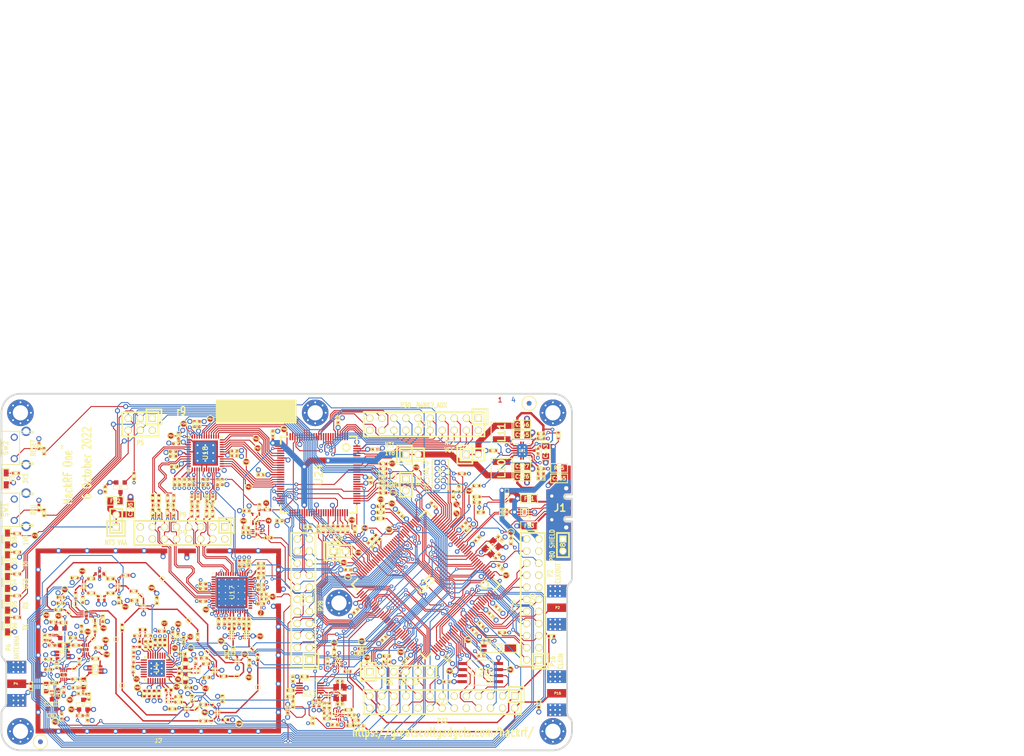
<source format=kicad_pcb>
(kicad_pcb (version 20211014) (generator pcbnew)

  (general
    (thickness 1.6116)
  )

  (paper "USLegal")
  (title_block
    (title "HackRF One")
    (date "2022-08-28")
    (rev "r9")
    (company "Copyright 2012-2022 Great Scott Gadgets")
    (comment 1 "Michael Ossmann")
    (comment 2 "Licensed under the CERN-OHL-P v2")
  )

  (layers
    (0 "F.Cu" signal "C1F")
    (1 "In1.Cu" signal "C2")
    (2 "In2.Cu" signal "C3")
    (31 "B.Cu" signal "C4B")
    (32 "B.Adhes" user "B.Adhesive")
    (33 "F.Adhes" user "F.Adhesive")
    (34 "B.Paste" user)
    (35 "F.Paste" user)
    (36 "B.SilkS" user "B.Silkscreen")
    (37 "F.SilkS" user "F.Silkscreen")
    (38 "B.Mask" user)
    (39 "F.Mask" user)
    (41 "Cmts.User" user "User.Comments")
    (44 "Edge.Cuts" user)
    (45 "Margin" user)
    (46 "B.CrtYd" user "B.Courtyard")
    (47 "F.CrtYd" user "F.Courtyard")
    (49 "F.Fab" user)
  )

  (setup
    (stackup
      (layer "F.SilkS" (type "Top Silk Screen") (color "White"))
      (layer "F.Paste" (type "Top Solder Paste"))
      (layer "F.Mask" (type "Top Solder Mask") (color "Green") (thickness 0.0127) (material "LPI") (epsilon_r 3.8) (loss_tangent 0))
      (layer "F.Cu" (type "copper") (thickness 0.035))
      (layer "dielectric 1" (type "prepreg") (thickness 0.2104) (material "7628") (epsilon_r 4.6) (loss_tangent 0))
      (layer "In1.Cu" (type "copper") (thickness 0.0152))
      (layer "dielectric 2" (type "core") (thickness 1.065) (material "7628") (epsilon_r 4.6) (loss_tangent 0))
      (layer "In2.Cu" (type "copper") (thickness 0.0152))
      (layer "dielectric 3" (type "prepreg") (thickness 0.2104) (material "7628") (epsilon_r 4.6) (loss_tangent 0))
      (layer "B.Cu" (type "copper") (thickness 0.035))
      (layer "B.Mask" (type "Bottom Solder Mask") (color "Green") (thickness 0.0127) (material "LPI") (epsilon_r 3.8) (loss_tangent 0))
      (layer "B.Paste" (type "Bottom Solder Paste"))
      (layer "B.SilkS" (type "Bottom Silk Screen") (color "White"))
      (copper_finish "ENIG")
      (dielectric_constraints yes)
    )
    (pad_to_mask_clearance 0.05)
    (pad_to_paste_clearance_ratio -0.12)
    (pcbplotparams
      (layerselection 0x00010e8_ffffffff)
      (disableapertmacros false)
      (usegerberextensions true)
      (usegerberattributes false)
      (usegerberadvancedattributes true)
      (creategerberjobfile false)
      (svguseinch false)
      (svgprecision 6)
      (excludeedgelayer true)
      (plotframeref false)
      (viasonmask false)
      (mode 1)
      (useauxorigin false)
      (hpglpennumber 1)
      (hpglpenspeed 20)
      (hpglpendiameter 15.000000)
      (dxfpolygonmode true)
      (dxfimperialunits true)
      (dxfusepcbnewfont true)
      (psnegative false)
      (psa4output false)
      (plotreference false)
      (plotvalue false)
      (plotinvisibletext false)
      (sketchpadsonfab false)
      (subtractmaskfromsilk false)
      (outputformat 1)
      (mirror false)
      (drillshape 0)
      (scaleselection 1)
      (outputdirectory "gerbers")
    )
  )

  (net 0 "")
  (net 1 "!MIX_BYPASS")
  (net 2 "!RX_AMP_PWR")
  (net 3 "!TX_AMP_PWR")
  (net 4 "!VAA_ENABLE")
  (net 5 "/Front End/RX_AMP_OUT")
  (net 6 "/Front End/RX_AMP_IN")
  (net 7 "/Front End/TX_AMP_IN")
  (net 8 "/Front End/TX_AMP_OUT")
  (net 9 "/Front End/REF_IN")
  (net 10 "/Baseband/TXBBQ-")
  (net 11 "/Baseband/TXBBQ+")
  (net 12 "/Baseband/TXBBI+")
  (net 13 "/Baseband/TXBBI-")
  (net 14 "/Baseband/COM")
  (net 15 "/Baseband/REFN")
  (net 16 "/Baseband/REFP")
  (net 17 "/Baseband/IA+")
  (net 18 "/Baseband/IA-")
  (net 19 "/Baseband/QA-")
  (net 20 "/Baseband/QA+")
  (net 21 "/Baseband/CPOUT-")
  (net 22 "/Baseband/CPOUT+")
  (net 23 "XCVR_CLK")
  (net 24 "/Baseband/XTAL2")
  (net 25 "/Microcontroller, CPLD, USB, Power/RTCX1")
  (net 26 "/Microcontroller, CPLD, USB, Power/REG_OUT2")
  (net 27 "/Microcontroller, CPLD, USB, Power/VBAT")
  (net 28 "/Microcontroller, CPLD, USB, Power/VIN")
  (net 29 "/Microcontroller, CPLD, USB, Power/REG_OUT1")
  (net 30 "/Microcontroller, CPLD, USB, Power/USB_SHIELD")
  (net 31 "/Microcontroller, CPLD, USB, Power/XTAL1")
  (net 32 "/Microcontroller, CPLD, USB, Power/XTAL2")
  (net 33 "/Microcontroller, CPLD, USB, Power/RTCX2")
  (net 34 "/Clock/XB")
  (net 35 "/Clock/XA")
  (net 36 "/Microcontroller, CPLD, USB, Power/VBUS")
  (net 37 "/Microcontroller, CPLD, USB, Power/LED1")
  (net 38 "/Microcontroller, CPLD, USB, Power/LED2")
  (net 39 "/Microcontroller, CPLD, USB, Power/LED3")
  (net 40 "/Baseband/RXBBQ-")
  (net 41 "/Baseband/RXBBI-")
  (net 42 "/Baseband/RXBBQ+")
  (net 43 "/Baseband/RXBBI+")
  (net 44 "!ANT_BIAS")
  (net 45 "/Baseband/XCVR_CLKOUT")
  (net 46 "/Microcontroller, CPLD, USB, Power/RTC_ALARM")
  (net 47 "/Microcontroller, CPLD, USB, Power/WAKEUP")
  (net 48 "/Microcontroller, CPLD, USB, Power/GPIO3_8")
  (net 49 "/Microcontroller, CPLD, USB, Power/GPIO3_9")
  (net 50 "/Microcontroller, CPLD, USB, Power/GPIO3_10")
  (net 51 "/Microcontroller, CPLD, USB, Power/GPIO3_11")
  (net 52 "/Microcontroller, CPLD, USB, Power/GPIO3_12")
  (net 53 "/Microcontroller, CPLD, USB, Power/GPIO3_13")
  (net 54 "/Microcontroller, CPLD, USB, Power/GPIO3_14")
  (net 55 "/Microcontroller, CPLD, USB, Power/GPIO3_15")
  (net 56 "/Microcontroller, CPLD, USB, Power/ADC0_6")
  (net 57 "/Microcontroller, CPLD, USB, Power/ADC0_2")
  (net 58 "/Microcontroller, CPLD, USB, Power/VBUSCTRL")
  (net 59 "/Microcontroller, CPLD, USB, Power/ADC0_5")
  (net 60 "/Microcontroller, CPLD, USB, Power/ADC0_0")
  (net 61 "/Microcontroller, CPLD, USB, Power/RESET")
  (net 62 "/Microcontroller, CPLD, USB, Power/I2C1_SCL")
  (net 63 "/Microcontroller, CPLD, USB, Power/I2C1_SDA")
  (net 64 "/Microcontroller, CPLD, USB, Power/SPIFI_CIPO")
  (net 65 "/Microcontroller, CPLD, USB, Power/SPIFI_SCK")
  (net 66 "/Microcontroller, CPLD, USB, Power/SPIFI_COPI")
  (net 67 "/Microcontroller, CPLD, USB, Power/I2S0_RX_SCK")
  (net 68 "/Microcontroller, CPLD, USB, Power/I2S0_RX_SDA")
  (net 69 "/Microcontroller, CPLD, USB, Power/I2S0_RX_MCLK")
  (net 70 "/Microcontroller, CPLD, USB, Power/I2S0_RX_WS")
  (net 71 "/Microcontroller, CPLD, USB, Power/I2S0_TX_SCK")
  (net 72 "/Microcontroller, CPLD, USB, Power/I2S0_TX_MCLK")
  (net 73 "/Microcontroller, CPLD, USB, Power/U0_RXD")
  (net 74 "/Microcontroller, CPLD, USB, Power/U0_TXD")
  (net 75 "/Microcontroller, CPLD, USB, Power/P2_9")
  (net 76 "/Microcontroller, CPLD, USB, Power/P2_13")
  (net 77 "/Microcontroller, CPLD, USB, Power/P2_8")
  (net 78 "/Microcontroller, CPLD, USB, Power/DBGEN")
  (net 79 "/Microcontroller, CPLD, USB, Power/TMS")
  (net 80 "/Microcontroller, CPLD, USB, Power/TCK")
  (net 81 "/Microcontroller, CPLD, USB, Power/TDO")
  (net 82 "/Microcontroller, CPLD, USB, Power/TDI")
  (net 83 "/Microcontroller, CPLD, USB, Power/SD_CD")
  (net 84 "/Microcontroller, CPLD, USB, Power/SD_DAT3")
  (net 85 "/Microcontroller, CPLD, USB, Power/SD_DAT2")
  (net 86 "/Microcontroller, CPLD, USB, Power/SD_DAT1")
  (net 87 "/Microcontroller, CPLD, USB, Power/SD_DAT0")
  (net 88 "/Microcontroller, CPLD, USB, Power/SD_VOLT0")
  (net 89 "/Microcontroller, CPLD, USB, Power/SD_CMD")
  (net 90 "/Microcontroller, CPLD, USB, Power/SD_POW")
  (net 91 "/Microcontroller, CPLD, USB, Power/SD_CLK")
  (net 92 "/Microcontroller, CPLD, USB, Power/B1AUX14")
  (net 93 "/Microcontroller, CPLD, USB, Power/B1AUX13")
  (net 94 "/Microcontroller, CPLD, USB, Power/CPLD_TCK")
  (net 95 "/Microcontroller, CPLD, USB, Power/BANK2F3M2")
  (net 96 "/Microcontroller, CPLD, USB, Power/CPLD_TDI")
  (net 97 "/Microcontroller, CPLD, USB, Power/BANK2F3M6")
  (net 98 "/Microcontroller, CPLD, USB, Power/BANK2F3M12")
  (net 99 "/Microcontroller, CPLD, USB, Power/BANK2F3M4")
  (net 100 "/Microcontroller, CPLD, USB, Power/CPLD_TMS")
  (net 101 "/Microcontroller, CPLD, USB, Power/CPLD_TDO")
  (net 102 "/Microcontroller, CPLD, USB, Power/B2AUX16")
  (net 103 "/Microcontroller, CPLD, USB, Power/B2AUX15")
  (net 104 "/Microcontroller, CPLD, USB, Power/B2AUX14")
  (net 105 "/Microcontroller, CPLD, USB, Power/B2AUX13")
  (net 106 "/Microcontroller, CPLD, USB, Power/B2AUX12")
  (net 107 "/Microcontroller, CPLD, USB, Power/B2AUX11")
  (net 108 "/Microcontroller, CPLD, USB, Power/B2AUX10")
  (net 109 "/Microcontroller, CPLD, USB, Power/B2AUX9")
  (net 110 "/Microcontroller, CPLD, USB, Power/B2AUX8")
  (net 111 "/Microcontroller, CPLD, USB, Power/B2AUX7")
  (net 112 "/Microcontroller, CPLD, USB, Power/B2AUX6")
  (net 113 "/Microcontroller, CPLD, USB, Power/B2AUX5")
  (net 114 "/Microcontroller, CPLD, USB, Power/B2AUX4")
  (net 115 "/Microcontroller, CPLD, USB, Power/B2AUX3")
  (net 116 "/Microcontroller, CPLD, USB, Power/B2AUX2")
  (net 117 "/Microcontroller, CPLD, USB, Power/B2AUX1")
  (net 118 "/Microcontroller, CPLD, USB, Power/GCK0")
  (net 119 "/Microcontroller, CPLD, USB, Power/SPIFI_CS")
  (net 120 "/Microcontroller, CPLD, USB, Power/VREGMODE")
  (net 121 "/Microcontroller, CPLD, USB, Power/EN1V8")
  (net 122 "/Microcontroller, CPLD, USB, Power/SGPIO0")
  (net 123 "/Microcontroller, CPLD, USB, Power/SGPIO7")
  (net 124 "/Microcontroller, CPLD, USB, Power/SGPIO9")
  (net 125 "/Microcontroller, CPLD, USB, Power/SGPIO10")
  (net 126 "/Microcontroller, CPLD, USB, Power/SGPIO11")
  (net 127 "/Microcontroller, CPLD, USB, Power/SPIFI_SIO2")
  (net 128 "/Microcontroller, CPLD, USB, Power/SPIFI_SIO3")
  (net 129 "/Baseband/QD+")
  (net 130 "/Baseband/QD-")
  (net 131 "/Baseband/ID-")
  (net 132 "/Baseband/ID+")
  (net 133 "/Clock/CLK0")
  (net 134 "Net-(C169-Pad2)")
  (net 135 "/Microcontroller, CPLD, USB, Power/DP")
  (net 136 "/Microcontroller, CPLD, USB, Power/DM")
  (net 137 "/Microcontroller, CPLD, USB, Power/RREF")
  (net 138 "/Microcontroller, CPLD, USB, Power/BANK2F3M1")
  (net 139 "/Microcontroller, CPLD, USB, Power/TRIGGER_EN")
  (net 140 "/Microcontroller, CPLD, USB, Power/BANK2F3M3")
  (net 141 "/Microcontroller, CPLD, USB, Power/SGPIO14")
  (net 142 "/Microcontroller, CPLD, USB, Power/SGPIO1")
  (net 143 "/Microcontroller, CPLD, USB, Power/BANK2F3M5")
  (net 144 "/Microcontroller, CPLD, USB, Power/SGPIO15")
  (net 145 "/Microcontroller, CPLD, USB, Power/BANK2F3M7")
  (net 146 "/Microcontroller, CPLD, USB, Power/BANK2F3M8")
  (net 147 "/Microcontroller, CPLD, USB, Power/SGPIO2")
  (net 148 "/Microcontroller, CPLD, USB, Power/BANK2F3M9")
  (net 149 "/Microcontroller, CPLD, USB, Power/SGPIO3")
  (net 150 "/Microcontroller, CPLD, USB, Power/BANK2F3M10")
  (net 151 "/Microcontroller, CPLD, USB, Power/BANK2F3M11")
  (net 152 "/Microcontroller, CPLD, USB, Power/SGPIO12")
  (net 153 "/Microcontroller, CPLD, USB, Power/SGPIO4")
  (net 154 "/Microcontroller, CPLD, USB, Power/BANK2F3M14")
  (net 155 "/Microcontroller, CPLD, USB, Power/SGPIO5")
  (net 156 "/Microcontroller, CPLD, USB, Power/BANK2F3M15")
  (net 157 "/Microcontroller, CPLD, USB, Power/SGPIO6")
  (net 158 "AMP_BYPASS")
  (net 159 "CLKIN")
  (net 160 "CLKOUT")
  (net 161 "CS_AD")
  (net 162 "CS_XCVR")
  (net 163 "DA0")
  (net 164 "DA1")
  (net 165 "DA2")
  (net 166 "DA3")
  (net 167 "DA4")
  (net 168 "DA5")
  (net 169 "DA6")
  (net 170 "DA7")
  (net 171 "DD0")
  (net 172 "DD1")
  (net 173 "DD2")
  (net 174 "DD3")
  (net 175 "DD4")
  (net 176 "DD5")
  (net 177 "DD6")
  (net 178 "DD7")
  (net 179 "DD8")
  (net 180 "DD9")
  (net 181 "GCK1")
  (net 182 "GCK2")
  (net 183 "GND")
  (net 184 "HP")
  (net 185 "LP")
  (net 186 "MCU_CLK")
  (net 187 "MIXER_ENX")
  (net 188 "MIXER_RESETX")
  (net 189 "MIXER_SCLK")
  (net 190 "MIXER_SDATA")
  (net 191 "MIX_BYPASS")
  (net 192 "MIX_CLK")
  (net 193 "RSSI")
  (net 194 "RX")
  (net 195 "RX_AMP")
  (net 196 "RX_IF")
  (net 197 "RX_MIX_BP")
  (net 198 "SCL")
  (net 199 "SDA")
  (net 200 "SGPIO_CLK")
  (net 201 "SSP1_CIPO")
  (net 202 "SSP1_COPI")
  (net 203 "SSP1_SCK")
  (net 204 "TX_AMP")
  (net 205 "TX_IF")
  (net 206 "TX_MIX_BP")
  (net 207 "VAA")
  (net 208 "VCC")
  (net 209 "XCVR_EN")
  (net 210 "Net-(C8-Pad2)")
  (net 211 "Net-(C9-Pad2)")
  (net 212 "Net-(C9-Pad1)")
  (net 213 "Net-(C12-Pad1)")
  (net 214 "Net-(C13-Pad1)")
  (net 215 "Net-(C14-Pad2)")
  (net 216 "Net-(C14-Pad1)")
  (net 217 "Net-(C15-Pad2)")
  (net 218 "Net-(C17-Pad2)")
  (net 219 "Net-(C17-Pad1)")
  (net 220 "Net-(C18-Pad2)")
  (net 221 "Net-(C18-Pad1)")
  (net 222 "Net-(C20-Pad2)")
  (net 223 "Net-(C20-Pad1)")
  (net 224 "Net-(C21-Pad2)")
  (net 225 "Net-(C21-Pad1)")
  (net 226 "Net-(C23-Pad2)")
  (net 227 "Net-(C23-Pad1)")
  (net 228 "Net-(C25-Pad1)")
  (net 229 "Net-(C26-Pad2)")
  (net 230 "Net-(C26-Pad1)")
  (net 231 "Net-(C27-Pad2)")
  (net 232 "Net-(C27-Pad1)")
  (net 233 "Net-(C28-Pad2)")
  (net 234 "Net-(C28-Pad1)")
  (net 235 "Net-(C31-Pad2)")
  (net 236 "Net-(C31-Pad1)")
  (net 237 "Net-(C32-Pad2)")
  (net 238 "Net-(C32-Pad1)")
  (net 239 "Net-(C43-Pad2)")
  (net 240 "Net-(C43-Pad1)")
  (net 241 "Net-(C44-Pad2)")
  (net 242 "Net-(C44-Pad1)")
  (net 243 "Net-(C46-Pad2)")
  (net 244 "Net-(C46-Pad1)")
  (net 245 "Net-(C48-Pad1)")
  (net 246 "Net-(C49-Pad2)")
  (net 247 "Net-(C50-Pad1)")
  (net 248 "Net-(C51-Pad2)")
  (net 249 "Net-(C51-Pad1)")
  (net 250 "Net-(C163-Pad2)")
  (net 251 "Net-(C58-Pad2)")
  (net 252 "Net-(C59-Pad2)")
  (net 253 "Net-(C61-Pad2)")
  (net 254 "Net-(C61-Pad1)")
  (net 255 "Net-(C62-Pad2)")
  (net 256 "Net-(C64-Pad2)")
  (net 257 "Net-(C64-Pad1)")
  (net 258 "Net-(C99-Pad2)")
  (net 259 "Net-(C99-Pad1)")
  (net 260 "Net-(C102-Pad2)")
  (net 261 "Net-(C102-Pad1)")
  (net 262 "Net-(C104-Pad2)")
  (net 263 "Net-(C104-Pad1)")
  (net 264 "Net-(C105-Pad1)")
  (net 265 "Net-(C106-Pad1)")
  (net 266 "Net-(C111-Pad2)")
  (net 267 "Net-(C111-Pad1)")
  (net 268 "Net-(C114-Pad2)")
  (net 269 "Net-(C114-Pad1)")
  (net 270 "Net-(C125-Pad2)")
  (net 271 "Net-(C160-Pad1)")
  (net 272 "Net-(D2-Pad2)")
  (net 273 "Net-(D4-Pad2)")
  (net 274 "Net-(D5-Pad2)")
  (net 275 "Net-(D6-Pad2)")
  (net 276 "Net-(D7-Pad2)")
  (net 277 "Net-(D8-Pad2)")
  (net 278 "Net-(FB1-Pad1)")
  (net 279 "Net-(FB2-Pad1)")
  (net 280 "Net-(FB3-Pad1)")
  (net 281 "Net-(J1-Pad3)")
  (net 282 "Net-(J1-Pad2)")
  (net 283 "Net-(L1-Pad2)")
  (net 284 "Net-(L1-Pad1)")
  (net 285 "Net-(L2-Pad1)")
  (net 286 "Net-(L3-Pad1)")
  (net 287 "Net-(L10-Pad1)")
  (net 288 "Net-(L11-Pad2)")
  (net 289 "Net-(D10-Pad1)")
  (net 290 "Net-(P6-Pad1)")
  (net 291 "Net-(P19-Pad1)")
  (net 292 "Net-(R4-Pad2)")
  (net 293 "Net-(R30-Pad2)")
  (net 294 "Net-(R19-Pad2)")
  (net 295 "Net-(R51-Pad1)")
  (net 296 "Net-(R52-Pad2)")
  (net 297 "Net-(R55-Pad2)")
  (net 298 "/Microcontroller, CPLD, USB, Power/BANK2F3M16")
  (net 299 "+1V8")
  (net 300 "unconnected-(P25-Pad3)")
  (net 301 "unconnected-(P26-Pad7)")
  (net 302 "unconnected-(U4-Pad1)")
  (net 303 "unconnected-(U4-Pad2)")
  (net 304 "unconnected-(U4-Pad3)")
  (net 305 "unconnected-(U4-Pad11)")
  (net 306 "unconnected-(U4-Pad13)")
  (net 307 "unconnected-(U4-Pad14)")
  (net 308 "unconnected-(U4-Pad17)")
  (net 309 "unconnected-(U4-Pad18)")
  (net 310 "unconnected-(U4-Pad20)")
  (net 311 "unconnected-(U4-Pad21)")
  (net 312 "unconnected-(U9-Pad2)")
  (net 313 "unconnected-(U12-Pad2)")
  (net 314 "unconnected-(U14-Pad2)")
  (net 315 "unconnected-(U15-Pad4)")
  (net 316 "unconnected-(U15-Pad6)")
  (net 317 "unconnected-(U17-Pad3)")
  (net 318 "unconnected-(U17-Pad43)")
  (net 319 "unconnected-(U17-Pad9)")
  (net 320 "unconnected-(U17-Pad12)")
  (net 321 "unconnected-(U17-Pad40)")
  (net 322 "unconnected-(U18-Pad38)")
  (net 323 "Net-(C117-Pad1)")
  (net 324 "unconnected-(U23-Pad89)")
  (net 325 "unconnected-(U23-Pad90)")
  (net 326 "unconnected-(U24-Pad14)")
  (net 327 "unconnected-(U24-Pad15)")
  (net 328 "unconnected-(U24-Pad16)")
  (net 329 "unconnected-(U24-Pad20)")
  (net 330 "unconnected-(U24-Pad25)")
  (net 331 "unconnected-(U24-Pad44)")
  (net 332 "unconnected-(U24-Pad46)")
  (net 333 "unconnected-(U24-Pad49)")
  (net 334 "unconnected-(U24-Pad50)")
  (net 335 "unconnected-(U24-Pad52)")
  (net 336 "unconnected-(U24-Pad53)")
  (net 337 "unconnected-(U24-Pad54)")
  (net 338 "unconnected-(U24-Pad58)")
  (net 339 "unconnected-(U24-Pad59)")
  (net 340 "unconnected-(U24-Pad60)")
  (net 341 "unconnected-(U24-Pad63)")
  (net 342 "unconnected-(U24-Pad65)")
  (net 343 "unconnected-(U24-Pad66)")
  (net 344 "unconnected-(U24-Pad68)")
  (net 345 "unconnected-(U24-Pad73)")
  (net 346 "unconnected-(U24-Pad75)")
  (net 347 "unconnected-(U24-Pad80)")
  (net 348 "unconnected-(U24-Pad82)")
  (net 349 "unconnected-(U24-Pad85)")
  (net 350 "unconnected-(U24-Pad86)")
  (net 351 "unconnected-(U24-Pad87)")
  (net 352 "unconnected-(U24-Pad93)")
  (net 353 "unconnected-(U24-Pad95)")
  (net 354 "unconnected-(U24-Pad96)")
  (net 355 "Net-(D10-Pad2)")
  (net 356 "Net-(C117-Pad2)")
  (net 357 "CLKOUT_EN")
  (net 358 "MCU_CLK_EN")
  (net 359 "Net-(R32-Pad2)")
  (net 360 "Net-(R33-Pad2)")
  (net 361 "Net-(R34-Pad2)")
  (net 362 "CLKIN_DETECT")
  (net 363 "Net-(R38-Pad1)")
  (net 364 "Net-(R39-Pad2)")
  (net 365 "Net-(R44-Pad2)")
  (net 366 "AD_CLK")
  (net 367 "Net-(R94-Pad2)")
  (net 368 "CLKIN_EN")
  (net 369 "FSX2_CLK")
  (net 370 "/Clock/CLK2")
  (net 371 "/Clock/CLK1")
  (net 372 "unconnected-(U4-Pad16)")
  (net 373 "unconnected-(U4-Pad9)")
  (net 374 "/Microcontroller, CPLD, USB, Power/TRST")
  (net 375 "/Microcontroller, CPLD, USB, Power/ID")
  (net 376 "/Microcontroller, CPLD, USB, Power/VBUS_DETECT")
  (net 377 "Net-(P1-Pad1)")
  (net 378 "XCVR_RXTX")
  (net 379 "unconnected-(U17-Pad44)")
  (net 380 "unconnected-(U17-Pad10)")
  (net 381 "unconnected-(U17-Pad15)")
  (net 382 "unconnected-(U17-Pad16)")
  (net 383 "unconnected-(U17-Pad17)")
  (net 384 "unconnected-(U17-Pad23)")
  (net 385 "unconnected-(U17-Pad45)")
  (net 386 "unconnected-(U17-Pad46)")
  (net 387 "unconnected-(U17-Pad55)")
  (net 388 "unconnected-(U17-Pad56)")
  (net 389 "unconnected-(U17-Pad41)")
  (net 390 "unconnected-(U17-Pad42)")
  (net 391 "unconnected-(U4-Pad15)")
  (net 392 "Net-(Q1-Pad3)")
  (net 393 "Net-(Q2-Pad3)")
  (net 394 "Net-(R85-Pad1)")

  (footprint "gsg-modules:LTST-S220" (layer "F.Cu") (at 61.27 148.838 -90))

  (footprint "gsg-modules:LTST-S220" (layer "F.Cu") (at 61.27 139.694 -90))

  (footprint "gsg-modules:LTST-S220" (layer "F.Cu") (at 61.27 130.55 -90))

  (footprint "gsg-modules:LTST-S220" (layer "F.Cu") (at 61.27 144.266 -90))

  (footprint "gsg-modules:LTST-S220" (layer "F.Cu") (at 61.27 135.122 -90))

  (footprint "GSG-TESTPOINT-30MIL-MASKONLY" (layer "F.Cu") (at 89.31402 142.49908))

  (footprint "GSG-TESTPOINT-30MIL-MASKONLY" (layer "F.Cu") (at 84.1046 151.6574))

  (footprint "GSG-TESTPOINT-30MIL-MASKONLY" (layer "F.Cu") (at 75.57516 144.21358))

  (footprint "GSG-TESTPOINT-30MIL-MASKONLY" (layer "F.Cu") (at 74.0537 146.1516))

  (footprint "GSG-TESTPOINT-30MIL-MASKONLY" (layer "F.Cu") (at 93.782 138.932))

  (footprint "GSG-TESTPOINT-30MIL-MASKONLY" (layer "F.Cu") (at 85.4 161.3602))

  (footprint "GSG-TESTPOINT-30MIL-MASKONLY" (layer "F.Cu") (at 75.33894 157.8483))

  (footprint "GSG-TESTPOINT-30MIL-MASKONLY" (layer "F.Cu") (at 79.28 151.506))

  (footprint "GSG-TESTPOINT-30MIL-MASKONLY" (layer "F.Cu") (at 113.919 161.74974))

  (footprint "GSG-TESTPOINT-30MIL-MASKONLY" (layer "F.Cu") (at 104.11206 168.79824))

  (footprint "GSG-TESTPOINT-30MIL-MASKONLY" (layer "F.Cu") (at 104.25176 165.37432))

  (footprint "GSG-TESTPOINT-30MIL-MASKONLY" (layer "F.Cu") (at 101.0158 166.26332))

  (footprint "GSG-TESTPOINT-30MIL-MASKONLY" (layer "F.Cu") (at 79.6671 147.71116))

  (footprint "GSG-TESTPOINT-30MIL-MASKONLY" (layer "F.Cu") (at 109.47654 159.42564))

  (footprint "GSG-TESTPOINT-30MIL-MASKONLY" (layer "F.Cu") (at 99.36226 147.6883))

  (footprint "GSG-TESTPOINT-30MIL-MASKONLY" (layer "F.Cu") (at 103.23068 154.2796))

  (footprint "GSG-TESTPOINT-30MIL-MASKONLY" (layer "F.Cu") (at 112.71504 153.71064))

  (footprint "gsg-modules:LTST-S220" (layer "F.Cu") (at 61 117.9 -90))

  (footprint "GSG-MARK1MM" (layer "F.Cu") (at 171 102))

  (footprint "hackrf:GSG-0402" (layer "F.Cu") (at 91.0964 163.0468 -90))

  (footprint "hackrf:GSG-0402" (layer "F.Cu") (at 90.0804 163.0468 -90))

  (footprint "hackrf:GSG-0402" (layer "F.Cu") (at 93.1284 163.0468 -90))

  (footprint "hackrf:GSG-0402" (layer "F.Cu") (at 92.1124 163.0468 -90))

  (footprint "hackrf:GSG-0402" (layer "F.Cu") (at 92.341 152.328 90))

  (footprint "hackrf:GSG-0402" (layer "F.Cu") (at 93.357 152.328 90))

  (footprint "hackrf:GSG-0402" (layer "F.Cu") (at 107.084 168.5762 180))

  (footprint "hackrf:GSG-0402" (layer "F.Cu") (at 113.919 155.448 -90))

  (footprint "hackrf:GSG-0402" (layer "F.Cu") (at 85.4 149.1682 90))

  (footprint "hackrf:GSG-0402" (layer "F.Cu") (at 87.9808 143.4816))

  (footprint "hackrf:GSG-0402" (layer "F.Cu") (at 84.7138 143.4622 90))

  (footprint "hackrf:GSG-0402" (layer "F.Cu") (at 87.7944 153.8266 -90))

  (footprint "hackrf:GSG-0402" (layer "F.Cu") (at 88.5564 150.9056 180))

  (footprint "hackrf:GSG-0402" (layer "F.Cu") (at 90.3344 152.6836 90))

  (footprint "hackrf:GSG-0402" (layer "F.Cu") (at 90.8424 150.9056))

  (footprint "hackrf:GSG-0402" (layer "F.Cu") (at 106.4998 164.1566 90))

  (footprint "hackrf:GSG-0402" (layer "F.Cu") (at 82.9358 141.9382))

  (footprint "hackrf:GSG-0402" (layer "F.Cu") (at 78.8718 141.9382))

  (footprint "hackrf:GSG-0402" (layer "F.Cu") (at 77.0938 143.3352 90))

  (footprint "hackrf:GSG-0402" (layer "F.Cu") (at 87.8078 141.5288))

  (footprint "hackrf:GSG-0402" (layer "F.Cu") (at 102.4382 165.3794 180))

  (footprint "hackrf:GSG-0402" (layer "F.Cu") (at 95.9732 166.2726))

  (footprint "hackrf:GSG-0402" (layer "F.Cu") (at 101.2698 151.1808 90))

  (footprint "hackrf:GSG-0402" (layer "F.Cu") (at 92.6798 143.4816 -90))

  (footprint "hackrf:GSG-0402" (layer "F.Cu") (at 97.1924 163.7326))

  (footprint "hackrf:GSG-0402" (layer "F.Cu") (at 78.8718 138.8902 180))

  (footprint "hackrf:GSG-0402" (layer "F.Cu") (at 82.9358 138.8902))

  (footprint "hackrf:GSG-0402" (layer "F.Cu") (at 97.1924 164.8756))

  (footprint "hackrf:GSG-0402" (layer "F.Cu") (at 75.4174 138.7124 180))

  (footprint "hackrf:GSG-0402" (layer "F.Cu") (at 86.1 138.2))

  (footprint "hackrf:GSG-0402" (layer "F.Cu") (at 75.5952 142.4462 90))

  (footprint "hackrf:GSG-0402" (layer "F.Cu") (at 102.4382 168.8084 180))

  (footprint "hackrf:GSG-0402" (layer "F.Cu") (at 100.1134 164.139 90))

  (footprint "hackrf:GSG-0402" (layer "F.Cu") (at 98.31 151.9216 90))

  (footprint "hackrf:GSG-0402" (layer "F.Cu") (at 97.167 151.1596 90))

  (footprint "hackrf:GSG-0402" (layer "F.Cu") (at 96.024 150.7786 90))

  (footprint "hackrf:GSG-0402" (layer "F.Cu") (at 93.738 149.915 180))

  (footprint "hackrf:GSG-0402" (layer "F.Cu") (at 72.4456 142.8272))

  (footprint "hackrf:GSG-0402" (layer "F.Cu") (at 81.3054 147.3454 90))

  (footprint "hackrf:GSG-0402" (layer "F.Cu") (at 72.4456 144.0718))

  (footprint "hackrf:GSG-0402" (layer "F.Cu") (at 99.326 161.8276))

  (footprint "hackrf:GSG-0402" (layer "F.Cu") (at 98.056 154.7156 180))

  (footprint "hackrf:GSG-0402" (layer "F.Cu") (at 72.009 145.415 180))

  (footprint "hackrf:GSG-0402" (layer "F.Cu") (at 79.6798 149.4282 90))

  (footprint "hackrf:GSG-0402" (layer "F.Cu") (at 102.5906 155.6512))

  (footprint "hackrf:GSG-0402" (layer "F.Cu") (at 103.0478 156.7942 180))

  (footprint "hackrf:GSG-0402" (layer "F.Cu") (at 112.1664 156.5656 90))

  (footprint "hackrf:GSG-0402" (layer "F.Cu") (at 108.7374 154.0002 90))

  (footprint "hackrf:GSG-0402" (layer "F.Cu") (at 100.85 156.2396 -90))

  (footprint "hackrf:GSG-0402" (layer "F.Cu") (at 75.678 152.92))

  (footprint "hackrf:GSG-0402" (layer "F.Cu") (at 106.7414 159.434 180))

  (footprint "hackrf:GSG-0402" (layer "F.Cu") (at 70.598 152.92 180))

  (footprint "hackrf:GSG-0402" (layer "F.Cu") (at 70.9474 147.9998 180))

  (footprint "hackrf:GSG-0402" (layer "F.Cu") (at 103.124 159.6644 180))

  (footprint "hackrf:GSG-0402" (layer "F.Cu") (at 80.377 153.428))

  (footprint "hackrf:GSG-0402" (layer "F.Cu") (at 107.3912 154.8638 90))

  (footprint "hackrf:GSG-0402" (layer "F.Cu") (at 76.835 149.4282 90))

  (footprint "hackrf:GSG-0402" (layer "F.Cu") (at 71.614 157.111 90))

  (footprint "hackrf:GSG-0402" (layer "F.Cu") (at 79.742 155.714))

  (footprint "hackrf:GSG-0402" (layer "F.Cu") (at 75.043 151.396))

  (footprint "hackrf:GSG-0402" (layer "F.Cu") (at 76.3638 156.3236 90))

  (footprint "hackrf:GSG-0402" (layer "F.Cu") (at 75.551 160.032))

  (footprint "hackrf:GSG-0402" (layer "F.Cu") (at 73.0872 162.2418 -90))

  (footprint "hackrf:GSG-0402" (layer "F.Cu") (at 71.13 160.81 180))

  (footprint "hackrf:GSG-0402" (layer "F.Cu") (at 69.836 158))

  (footprint "hackrf:GSG-0402" (layer "F.Cu") (at 69.836 155.841))

  (footprint "hackrf:GSG-0402" (layer "F.Cu") (at 87.7 158 90))

  (footprint "hackrf:GSG-0402" (layer "F.Cu") (at 126.8 165.1 -90))

  (footprint "hackrf:GSG-0402" (layer "F.Cu") (at 125.7 165.1 -90))

  (footprint "hackrf:GSG-0402" (layer "F.Cu") (at 87.8 155.9 90))

  (footprint "hackrf:GSG-0402" (layer "F.Cu") (at 100.4824 118.5578 -90))

  (footprint "hackrf:GSG-0402" (layer "F.Cu") (at 99.4664 118.5578 -90))

  (footprint "hackrf:GSG-0402" (layer "F.Cu") (at 103.4034 118.5578 -90))

  (footprint "hackrf:GSG-0402" (layer "F.Cu") (at 102.3874 118.5578 -90))

  (footprint "hackrf:GSG-0402" (layer "F.Cu") (at 105.4354 118.5578 -90))

  (footprint "hackrf:GSG-0402" (layer "F.Cu") (at 106.4514 118.5578 -90))

  (footprint "hackrf:GSG-0402" (layer "F.Cu") (at 101.6254 106.3658 90))

  (footprint "hackrf:GSG-0402" (layer "F.Cu") (at 100.6094 106.3658 90))

  (footprint "hackrf:GSG-0402" (layer "F.Cu") (at 96.7359 110.4933 180))

  (footprint "hackrf:GSG-0402" (layer "F.Cu")
    (tedit 4FB6CFE4) (tstamp 00000000-0000-0000-0000-00005787e27a)
    (at 97.2439 108.8423 90)
    (property "Description" "CAP CER 2.2UF 10V 20% X5R 0402")
    (property "Manufacturer" "Taiyo Yuden")
    (property "Part Number" "LMK1
... [4467777 chars truncated]
</source>
